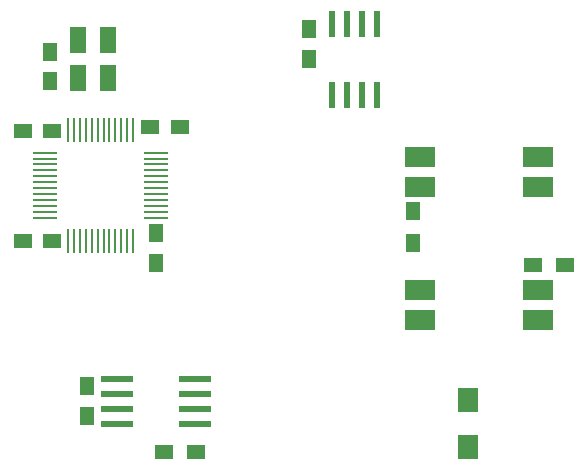
<source format=gbr>
G04 #@! TF.FileFunction,Paste,Bot*
%FSLAX46Y46*%
G04 Gerber Fmt 4.6, Leading zero omitted, Abs format (unit mm)*
G04 Created by KiCad (PCBNEW 4.0.0-stable) date 08.12.2015 15:00:05*
%MOMM*%
G01*
G04 APERTURE LIST*
%ADD10C,0.100000*%
%ADD11R,0.290000X2.000000*%
%ADD12R,2.000000X0.290000*%
%ADD13R,1.500000X1.250000*%
%ADD14R,1.250000X1.500000*%
%ADD15R,1.500000X1.300000*%
%ADD16R,2.800000X0.600000*%
%ADD17R,1.400000X2.200000*%
%ADD18R,2.500000X1.800000*%
%ADD19R,1.300000X1.500000*%
%ADD20R,1.700000X2.000000*%
%ADD21R,0.600000X2.200000*%
G04 APERTURE END LIST*
D10*
D11*
X130473000Y-92836000D03*
D12*
X137923000Y-94786000D03*
D11*
X135973000Y-102236000D03*
D12*
X128523000Y-100286000D03*
D11*
X130973000Y-92836000D03*
X131473000Y-92836000D03*
X131973000Y-92836000D03*
X132473000Y-92836000D03*
X132973000Y-92836000D03*
X133473000Y-92836000D03*
X133973000Y-92836000D03*
X134473000Y-92836000D03*
X134973000Y-92836000D03*
X135473000Y-92836000D03*
X135973000Y-92836000D03*
D12*
X137923000Y-95286000D03*
X137923000Y-95786000D03*
X137923000Y-96286000D03*
X137923000Y-96786000D03*
X137923000Y-97286000D03*
X137923000Y-97786000D03*
X137923000Y-98286000D03*
X137923000Y-98786000D03*
X137923000Y-99286000D03*
X137923000Y-99786000D03*
X137923000Y-100286000D03*
D11*
X135473000Y-102236000D03*
X134973000Y-102236000D03*
X134473000Y-102236000D03*
X133973000Y-102236000D03*
X133473000Y-102236000D03*
X132973000Y-102236000D03*
X132473000Y-102236000D03*
X131973000Y-102236000D03*
X131473000Y-102236000D03*
X130973000Y-102236000D03*
X130473000Y-102236000D03*
D12*
X128523000Y-99786000D03*
X128523000Y-99286000D03*
X128523000Y-98786000D03*
X128523000Y-98286000D03*
X128523000Y-97786000D03*
X128523000Y-97286000D03*
X128523000Y-96786000D03*
X128523000Y-96286000D03*
X128523000Y-95786000D03*
X128523000Y-95286000D03*
X128523000Y-94786000D03*
D13*
X129139000Y-102235000D03*
X126639000Y-102235000D03*
D14*
X128905000Y-88753000D03*
X128905000Y-86253000D03*
X137922000Y-101620000D03*
X137922000Y-104120000D03*
D13*
X129139000Y-92964000D03*
X126639000Y-92964000D03*
X137434000Y-92583000D03*
X139934000Y-92583000D03*
D14*
X132080000Y-117074000D03*
X132080000Y-114574000D03*
D15*
X138604000Y-120142000D03*
X141304000Y-120142000D03*
D16*
X134622000Y-117729000D03*
X134622000Y-116459000D03*
X134622000Y-115189000D03*
X134622000Y-113919000D03*
X141222000Y-113919000D03*
X141222000Y-115189000D03*
X141222000Y-116459000D03*
X141222000Y-117729000D03*
D17*
X131318000Y-88468000D03*
X133858000Y-88468000D03*
X131318000Y-85268000D03*
X133858000Y-85268000D03*
D18*
X170227000Y-106426000D03*
X170227000Y-108966000D03*
X160227000Y-108966000D03*
X160227000Y-106426000D03*
D15*
X172546000Y-104267000D03*
X169846000Y-104267000D03*
D19*
X159639000Y-99742000D03*
X159639000Y-102442000D03*
D20*
X164338000Y-119729000D03*
X164338000Y-115729000D03*
D21*
X152781000Y-83868000D03*
X154051000Y-83868000D03*
X155321000Y-83868000D03*
X156591000Y-83868000D03*
X156591000Y-89868000D03*
X155321000Y-89868000D03*
X154051000Y-89868000D03*
X152781000Y-89868000D03*
D14*
X150876000Y-86848000D03*
X150876000Y-84348000D03*
D18*
X160227000Y-97663000D03*
X160227000Y-95123000D03*
X170227000Y-95123000D03*
X170227000Y-97663000D03*
M02*

</source>
